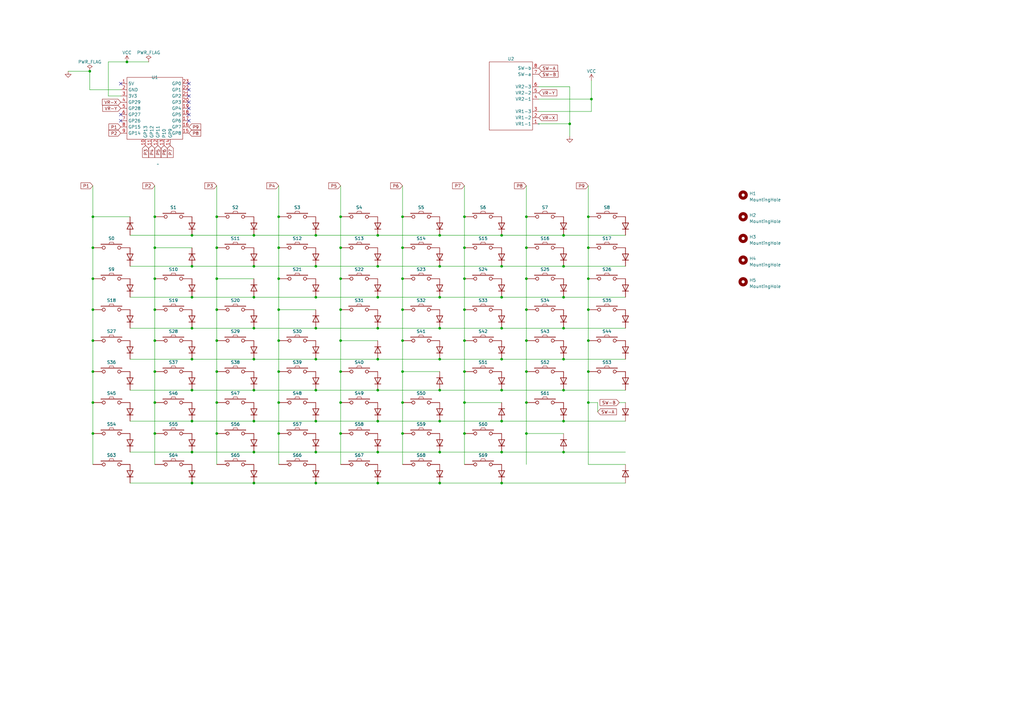
<source format=kicad_sch>
(kicad_sch (version 20230121) (generator eeschema)
  (paper "A3")
  (lib_symbols
    (symbol "Diode:1N4148" (pin_numbers hide) (pin_names hide)
      (property "Reference" "D" (at 0 2.54 0))
      (property "Value" "1N4148" (at 0 -2.54 0))
      (symbol "1N4148_1_1"
        (pin passive line (at -3.81 0 0) (length 2.54) (name "K") (number "1"))
        (pin passive line (at 3.81 0 180) (length 2.54) (name "A") (number "2"))
      )
    )
    (symbol "Mechanical:MountingHole" (pin_names (offset 1.016))
      (property "Reference" "H" (at 0 5.08 0))
      (property "Value" "MountingHole" (at 0 3.175 0))
    )
    (symbol "foostan/kbd:SW_PUSH" (pin_numbers hide) (pin_names (offset 1.016) hide)
      (property "Reference" "SW" (at 3.81 2.794 0))
      (property "Value" "SW_PUSH" (at 0 -2.032 0))
      (symbol "SW_PUSH_0_1"
        (pin passive inverted (at -7.62 0 0) (length 5.08) (name "1") (number "1"))
        (pin passive inverted (at 7.62 0 180) (length 5.08) (name "2") (number "2"))
      )
    )
    (symbol "power:GND" (power) (pin_names (offset 0))
      (property "Value" "GND" (at 0 -3.81 0))
      (symbol "GND_1_1"
        (pin power_in line (at 0 0 270) (length 0) hide (name "GND") (number "1"))
      )
    )
    (symbol "power:PWR_FLAG" (power) (pin_numbers hide) (pin_names (offset 0) hide)
      (property "Value" "PWR_FLAG" (at 0 3.81 0))
      (symbol "PWR_FLAG_0_0"
        (pin power_out line (at 0 0 90) (length 0) (name "pwr") (number "1"))
      )
    )
    (symbol "power:VCC" (power) (pin_names (offset 0))
      (property "Value" "VCC" (at 0 3.81 0))
      (symbol "VCC_1_1"
        (pin power_in line (at 0 0 90) (length 0) hide (name "VCC") (number "1"))
      )
    )
    (symbol "xiao:RKJXV122400R"
      (property "Reference" "U" (at -10.16 -5.08 0))
      (symbol "RKJXV122400R_1_1"
        (pin input line (at 0 0 180) (length 2.54) (name "VR1-1") (number "1"))
        (pin input line (at 0 2.54 180) (length 2.54) (name "VR1-2") (number "2"))
        (pin input line (at 0 5.08 180) (length 2.54) (name "VR1-3") (number "3"))
        (pin input line (at 0 10.16 180) (length 2.54) (name "VR2-1") (number "4"))
        (pin input line (at 0 12.7 180) (length 2.54) (name "VR2-2") (number "5"))
        (pin input line (at 0 15.24 180) (length 2.54) (name "VR2-3") (number "6"))
        (pin input line (at 0 20.32 180) (length 2.54) (name "SW-a") (number "7"))
        (pin input line (at 0 22.86 180) (length 2.54) (name "SW-b") (number "8"))
      )
    )
    (symbol "xiao:RP2040-Zero"
      (property "Reference" "U" (at 0 0 0))
      (symbol "RP2040-Zero_1_1"
        (pin input line (at -15.24 33.02 0) (length 2.54) (name "5V") (number "1"))
        (pin input line (at -5.08 7.62 90) (length 2.54) (name "GP13") (number "10"))
        (pin input line (at -2.54 7.62 90) (length 2.54) (name "GP12") (number "11"))
        (pin input line (at 0 7.62 90) (length 2.54) (name "GP11") (number "12"))
        (pin input line (at 2.54 7.62 90) (length 2.54) (name "P10") (number "13"))
        (pin input line (at 5.08 7.62 90) (length 2.54) (name "GP9") (number "14"))
        (pin input line (at 12.7 12.7 180) (length 2.54) (name "GP8") (number "15"))
        (pin input line (at 12.7 15.24 180) (length 2.54) (name "GP7") (number "16"))
        (pin input line (at 12.7 17.78 180) (length 2.54) (name "GP6") (number "17"))
        (pin input line (at 12.7 20.32 180) (length 2.54) (name "GP5") (number "18"))
        (pin input line (at 12.7 22.86 180) (length 2.54) (name "GP4") (number "19"))
        (pin input line (at -15.24 30.48 0) (length 2.54) (name "GND") (number "2"))
        (pin input line (at 12.7 25.4 180) (length 2.54) (name "GP3") (number "20"))
        (pin input line (at 12.7 27.94 180) (length 2.54) (name "GP2") (number "21"))
        (pin input line (at 12.7 30.48 180) (length 2.54) (name "GP1") (number "22"))
        (pin input line (at 12.7 33.02 180) (length 2.54) (name "GP0") (number "23"))
        (pin input line (at -15.24 27.94 0) (length 2.54) (name "3V3") (number "3"))
        (pin input line (at -15.24 25.4 0) (length 2.54) (name "GP29") (number "4"))
        (pin input line (at -15.24 22.86 0) (length 2.54) (name "GP28") (number "5"))
        (pin input line (at -15.24 20.32 0) (length 2.54) (name "GP27") (number "6"))
        (pin input line (at -15.24 17.78 0) (length 2.54) (name "GP26") (number "7"))
        (pin input line (at -15.24 15.24 0) (length 2.54) (name "GP15") (number "8"))
        (pin input line (at -15.24 12.7 0) (length 2.54) (name "GP14") (number "9"))
      )
    )
  )
  (junction (at 129.54 198.12))
  (junction (at 205.74 160.02))
  (junction (at 63.5 127))
  (junction (at 215.9 127))
  (junction (at 139.7 101.6))
  (junction (at 139.7 139.7))
  (junction (at 88.9 114.3))
  (junction (at 215.9 114.3))
  (junction (at 215.9 165.1))
  (junction (at 88.9 177.8))
  (junction (at 180.34 147.32))
  (junction (at 63.5 88.9))
  (junction (at 231.14 172.72))
  (junction (at 205.74 172.72))
  (junction (at 180.34 198.12))
  (junction (at 104.14 185.42))
  (junction (at 129.54 109.22))
  (junction (at 154.94 121.92))
  (junction (at 63.5 177.8))
  (junction (at 129.54 185.42))
  (junction (at 114.3 88.9))
  (junction (at 114.3 165.1))
  (junction (at 242.57 40.64))
  (junction (at 205.74 109.22))
  (junction (at 129.54 172.72))
  (junction (at 78.74 147.32))
  (junction (at 190.5 114.3))
  (junction (at 114.3 177.8))
  (junction (at 190.5 88.9))
  (junction (at 88.9 139.7))
  (junction (at 114.3 101.6))
  (junction (at 129.54 160.02))
  (junction (at 165.1 127))
  (junction (at 205.74 185.42))
  (junction (at 139.7 165.1))
  (junction (at 180.34 160.02))
  (junction (at 129.54 134.62))
  (junction (at 190.5 177.8))
  (junction (at 165.1 114.3))
  (junction (at 205.74 96.52))
  (junction (at 231.14 109.22))
  (junction (at 139.7 177.8))
  (junction (at 180.34 109.22))
  (junction (at 104.14 198.12))
  (junction (at 205.74 147.32))
  (junction (at 52.07 25.4))
  (junction (at 104.14 109.22))
  (junction (at 38.1 127))
  (junction (at 78.74 198.12))
  (junction (at 88.9 127))
  (junction (at 154.94 185.42))
  (junction (at 231.14 147.32))
  (junction (at 233.68 50.8))
  (junction (at 154.94 134.62))
  (junction (at 78.74 109.22))
  (junction (at 205.74 134.62))
  (junction (at 215.9 88.9))
  (junction (at 190.5 101.6))
  (junction (at 241.3 152.4))
  (junction (at 129.54 96.52))
  (junction (at 165.1 88.9))
  (junction (at 139.7 88.9))
  (junction (at 241.3 88.9))
  (junction (at 241.3 139.7))
  (junction (at 231.14 160.02))
  (junction (at 104.14 172.72))
  (junction (at 104.14 96.52))
  (junction (at 63.5 114.3))
  (junction (at 180.34 185.42))
  (junction (at 38.1 114.3))
  (junction (at 154.94 172.72))
  (junction (at 38.1 101.6))
  (junction (at 88.9 101.6))
  (junction (at 78.74 96.52))
  (junction (at 190.5 152.4))
  (junction (at 231.14 121.92))
  (junction (at 154.94 109.22))
  (junction (at 139.7 114.3))
  (junction (at 114.3 127))
  (junction (at 88.9 165.1))
  (junction (at 241.3 165.1))
  (junction (at 114.3 114.3))
  (junction (at 38.1 139.7))
  (junction (at 104.14 147.32))
  (junction (at 38.1 165.1))
  (junction (at 231.14 185.42))
  (junction (at 38.1 88.9))
  (junction (at 38.1 177.8))
  (junction (at 139.7 127))
  (junction (at 205.74 198.12))
  (junction (at 190.5 139.7))
  (junction (at 63.5 165.1))
  (junction (at 154.94 160.02))
  (junction (at 231.14 96.52))
  (junction (at 165.1 177.8))
  (junction (at 241.3 114.3))
  (junction (at 139.7 152.4))
  (junction (at 205.74 121.92))
  (junction (at 215.9 101.6))
  (junction (at 88.9 88.9))
  (junction (at 241.3 127))
  (junction (at 180.34 172.72))
  (junction (at 104.14 160.02))
  (junction (at 114.3 152.4))
  (junction (at 154.94 147.32))
  (junction (at 165.1 101.6))
  (junction (at 104.14 121.92))
  (junction (at 180.34 96.52))
  (junction (at 165.1 165.1))
  (junction (at 78.74 121.92))
  (junction (at 190.5 165.1))
  (junction (at 78.74 172.72))
  (junction (at 78.74 160.02))
  (junction (at 78.74 185.42))
  (junction (at 63.5 152.4))
  (junction (at 165.1 139.7))
  (junction (at 129.54 147.32))
  (junction (at 38.1 152.4))
  (junction (at 215.9 139.7))
  (junction (at 129.54 121.92))
  (junction (at 231.14 134.62))
  (junction (at 241.3 101.6))
  (junction (at 154.94 96.52))
  (junction (at 104.14 134.62))
  (junction (at 190.5 127))
  (junction (at 88.9 152.4))
  (junction (at 36.83 29.21))
  (junction (at 215.9 152.4))
  (junction (at 63.5 139.7))
  (junction (at 180.34 134.62))
  (junction (at 215.9 177.8))
  (junction (at 180.34 121.92))
  (junction (at 63.5 101.6))
  (junction (at 154.94 198.12))
  (junction (at 114.3 139.7))
  (junction (at 78.74 134.62))
  (junction (at 165.1 152.4))
  (no_connect (at 77.47 41.91))
  (no_connect (at 49.53 46.99))
  (no_connect (at 77.47 49.53))
  (no_connect (at 49.53 49.53))
  (no_connect (at 77.47 46.99))
  (no_connect (at 77.47 36.83))
  (no_connect (at 77.47 34.29))
  (no_connect (at 77.47 39.37))
  (no_connect (at 77.47 44.45))
  (no_connect (at 49.53 34.29))
  (wire (pts (xy 165.1 177.8) (xy 165.1 190.5)))
  (wire (pts (xy 231.14 134.62) (xy 256.54 134.62)))
  (wire (pts (xy 190.5 152.4) (xy 190.5 165.1)))
  (wire (pts (xy 139.7 76.2) (xy 139.7 88.9)))
  (wire (pts (xy 53.34 109.22) (xy 78.74 109.22)))
  (wire (pts (xy 88.9 88.9) (xy 88.9 101.6)))
  (wire (pts (xy 190.5 76.2) (xy 190.5 88.9)))
  (wire (pts (xy 114.3 177.8) (xy 114.3 190.5)))
  (wire (pts (xy 114.3 101.6) (xy 114.3 114.3)))
  (wire (pts (xy 129.54 121.92) (xy 154.94 121.92)))
  (wire (pts (xy 220.98 45.72) (xy 242.57 45.72)))
  (wire (pts (xy 154.94 172.72) (xy 180.34 172.72)))
  (wire (pts (xy 129.54 185.42) (xy 154.94 185.42)))
  (wire (pts (xy 139.7 139.7) (xy 154.94 139.7)))
  (wire (pts (xy 88.9 152.4) (xy 88.9 165.1)))
  (wire (pts (xy 44.45 25.4) (xy 52.07 25.4)))
  (wire (pts (xy 139.7 177.8) (xy 139.7 190.5)))
  (wire (pts (xy 44.45 25.4) (xy 44.45 39.37)))
  (wire (pts (xy 241.3 114.3) (xy 241.3 127)))
  (wire (pts (xy 215.9 114.3) (xy 215.9 127)))
  (wire (pts (xy 139.7 88.9) (xy 139.7 101.6)))
  (wire (pts (xy 88.9 165.1) (xy 88.9 177.8)))
  (wire (pts (xy 205.74 109.22) (xy 231.14 109.22)))
  (wire (pts (xy 165.1 139.7) (xy 165.1 152.4)))
  (wire (pts (xy 215.9 177.8) (xy 215.9 190.5)))
  (wire (pts (xy 53.34 121.92) (xy 78.74 121.92)))
  (wire (pts (xy 180.34 198.12) (xy 205.74 198.12)))
  (wire (pts (xy 104.14 185.42) (xy 129.54 185.42)))
  (wire (pts (xy 233.68 55.88) (xy 233.68 50.8)))
  (wire (pts (xy 154.94 185.42) (xy 180.34 185.42)))
  (wire (pts (xy 165.1 127) (xy 165.1 139.7)))
  (wire (pts (xy 190.5 127) (xy 190.5 139.7)))
  (wire (pts (xy 190.5 165.1) (xy 205.74 165.1)))
  (wire (pts (xy 231.14 160.02) (xy 256.54 160.02)))
  (wire (pts (xy 180.34 121.92) (xy 205.74 121.92)))
  (wire (pts (xy 245.11 165.1) (xy 241.3 165.1)))
  (wire (pts (xy 180.34 160.02) (xy 205.74 160.02)))
  (wire (pts (xy 38.1 127) (xy 38.1 139.7)))
  (wire (pts (xy 205.74 147.32) (xy 231.14 147.32)))
  (wire (pts (xy 53.34 198.12) (xy 78.74 198.12)))
  (wire (pts (xy 38.1 76.2) (xy 38.1 88.9)))
  (wire (pts (xy 154.94 134.62) (xy 180.34 134.62)))
  (wire (pts (xy 38.1 152.4) (xy 38.1 165.1)))
  (wire (pts (xy 38.1 165.1) (xy 38.1 177.8)))
  (wire (pts (xy 220.98 40.64) (xy 242.57 40.64)))
  (wire (pts (xy 129.54 198.12) (xy 154.94 198.12)))
  (wire (pts (xy 165.1 165.1) (xy 165.1 177.8)))
  (wire (pts (xy 63.5 127) (xy 63.5 139.7)))
  (wire (pts (xy 63.5 165.1) (xy 63.5 177.8)))
  (wire (pts (xy 205.74 185.42) (xy 231.14 185.42)))
  (wire (pts (xy 129.54 96.52) (xy 154.94 96.52)))
  (wire (pts (xy 63.5 101.6) (xy 63.5 114.3)))
  (wire (pts (xy 38.1 114.3) (xy 38.1 127)))
  (wire (pts (xy 78.74 134.62) (xy 104.14 134.62)))
  (wire (pts (xy 104.14 198.12) (xy 129.54 198.12)))
  (wire (pts (xy 165.1 114.3) (xy 165.1 127)))
  (wire (pts (xy 53.34 160.02) (xy 78.74 160.02)))
  (wire (pts (xy 231.14 172.72) (xy 256.54 172.72)))
  (wire (pts (xy 38.1 139.7) (xy 38.1 152.4)))
  (wire (pts (xy 215.9 127) (xy 215.9 139.7)))
  (wire (pts (xy 129.54 160.02) (xy 154.94 160.02)))
  (wire (pts (xy 129.54 172.72) (xy 154.94 172.72)))
  (wire (pts (xy 215.9 177.8) (xy 231.14 177.8)))
  (wire (pts (xy 88.9 114.3) (xy 88.9 127)))
  (wire (pts (xy 88.9 127) (xy 88.9 139.7)))
  (wire (pts (xy 78.74 160.02) (xy 104.14 160.02)))
  (wire (pts (xy 190.5 139.7) (xy 190.5 152.4)))
  (wire (pts (xy 53.34 96.52) (xy 78.74 96.52)))
  (wire (pts (xy 220.98 50.8) (xy 233.68 50.8)))
  (wire (pts (xy 104.14 172.72) (xy 129.54 172.72)))
  (wire (pts (xy 231.14 96.52) (xy 256.54 96.52)))
  (wire (pts (xy 88.9 101.6) (xy 88.9 114.3)))
  (wire (pts (xy 139.7 165.1) (xy 139.7 177.8)))
  (wire (pts (xy 104.14 134.62) (xy 129.54 134.62)))
  (wire (pts (xy 38.1 177.8) (xy 38.1 190.5)))
  (wire (pts (xy 129.54 134.62) (xy 154.94 134.62)))
  (wire (pts (xy 241.3 127) (xy 241.3 139.7)))
  (wire (pts (xy 139.7 152.4) (xy 139.7 165.1)))
  (wire (pts (xy 205.74 198.12) (xy 256.54 198.12)))
  (wire (pts (xy 53.34 147.32) (xy 78.74 147.32)))
  (wire (pts (xy 254 165.1) (xy 256.54 165.1)))
  (wire (pts (xy 114.3 114.3) (xy 114.3 127)))
  (wire (pts (xy 154.94 121.92) (xy 180.34 121.92)))
  (wire (pts (xy 53.34 185.42) (xy 78.74 185.42)))
  (wire (pts (xy 165.1 88.9) (xy 165.1 101.6)))
  (wire (pts (xy 114.3 127) (xy 114.3 139.7)))
  (wire (pts (xy 63.5 88.9) (xy 63.5 101.6)))
  (wire (pts (xy 205.74 134.62) (xy 231.14 134.62)))
  (wire (pts (xy 63.5 152.4) (xy 63.5 165.1)))
  (wire (pts (xy 241.3 165.1) (xy 241.3 190.5)))
  (wire (pts (xy 190.5 177.8) (xy 190.5 190.5)))
  (wire (pts (xy 190.5 114.3) (xy 190.5 127)))
  (wire (pts (xy 78.74 185.42) (xy 104.14 185.42)))
  (wire (pts (xy 205.74 160.02) (xy 231.14 160.02)))
  (wire (pts (xy 114.3 127) (xy 129.54 127)))
  (wire (pts (xy 78.74 198.12) (xy 104.14 198.12)))
  (wire (pts (xy 104.14 147.32) (xy 129.54 147.32)))
  (wire (pts (xy 231.14 121.92) (xy 256.54 121.92)))
  (wire (pts (xy 154.94 109.22) (xy 180.34 109.22)))
  (wire (pts (xy 180.34 172.72) (xy 205.74 172.72)))
  (wire (pts (xy 63.5 76.2) (xy 63.5 88.9)))
  (wire (pts (xy 114.3 88.9) (xy 114.3 101.6)))
  (wire (pts (xy 104.14 109.22) (xy 129.54 109.22)))
  (wire (pts (xy 241.3 139.7) (xy 241.3 152.4)))
  (wire (pts (xy 104.14 96.52) (xy 129.54 96.52)))
  (wire (pts (xy 139.7 127) (xy 139.7 139.7)))
  (wire (pts (xy 63.5 139.7) (xy 63.5 152.4)))
  (wire (pts (xy 88.9 177.8) (xy 88.9 190.5)))
  (wire (pts (xy 215.9 139.7) (xy 215.9 152.4)))
  (wire (pts (xy 180.34 147.32) (xy 205.74 147.32)))
  (wire (pts (xy 154.94 96.52) (xy 180.34 96.52)))
  (wire (pts (xy 205.74 121.92) (xy 231.14 121.92)))
  (wire (pts (xy 165.1 152.4) (xy 180.34 152.4)))
  (wire (pts (xy 241.3 101.6) (xy 241.3 114.3)))
  (wire (pts (xy 215.9 101.6) (xy 215.9 114.3)))
  (wire (pts (xy 215.9 88.9) (xy 215.9 101.6)))
  (wire (pts (xy 242.57 45.72) (xy 242.57 40.64)))
  (wire (pts (xy 78.74 121.92) (xy 104.14 121.92)))
  (wire (pts (xy 245.11 168.91) (xy 245.11 165.1)))
  (wire (pts (xy 190.5 101.6) (xy 190.5 114.3)))
  (wire (pts (xy 165.1 101.6) (xy 165.1 114.3)))
  (wire (pts (xy 165.1 76.2) (xy 165.1 88.9)))
  (wire (pts (xy 78.74 109.22) (xy 104.14 109.22)))
  (wire (pts (xy 139.7 114.3) (xy 139.7 127)))
  (wire (pts (xy 180.34 96.52) (xy 205.74 96.52)))
  (wire (pts (xy 88.9 114.3) (xy 104.14 114.3)))
  (wire (pts (xy 241.3 76.2) (xy 241.3 88.9)))
  (wire (pts (xy 44.45 39.37) (xy 49.53 39.37)))
  (wire (pts (xy 114.3 165.1) (xy 114.3 177.8)))
  (wire (pts (xy 215.9 152.4) (xy 215.9 165.1)))
  (wire (pts (xy 104.14 121.92) (xy 129.54 121.92)))
  (wire (pts (xy 241.3 152.4) (xy 241.3 165.1)))
  (wire (pts (xy 231.14 109.22) (xy 256.54 109.22)))
  (wire (pts (xy 63.5 177.8) (xy 63.5 190.5)))
  (wire (pts (xy 78.74 147.32) (xy 104.14 147.32)))
  (wire (pts (xy 88.9 139.7) (xy 88.9 152.4)))
  (wire (pts (xy 256.54 190.5) (xy 241.3 190.5)))
  (wire (pts (xy 38.1 88.9) (xy 53.34 88.9)))
  (wire (pts (xy 114.3 76.2) (xy 114.3 88.9)))
  (wire (pts (xy 129.54 147.32) (xy 154.94 147.32)))
  (wire (pts (xy 114.3 139.7) (xy 114.3 152.4)))
  (wire (pts (xy 205.74 96.52) (xy 231.14 96.52)))
  (wire (pts (xy 114.3 152.4) (xy 114.3 165.1)))
  (wire (pts (xy 139.7 139.7) (xy 139.7 152.4)))
  (wire (pts (xy 205.74 172.72) (xy 231.14 172.72)))
  (wire (pts (xy 190.5 88.9) (xy 190.5 101.6)))
  (wire (pts (xy 78.74 96.52) (xy 104.14 96.52)))
  (wire (pts (xy 220.98 35.56) (xy 233.68 35.56)))
  (wire (pts (xy 190.5 165.1) (xy 190.5 177.8)))
  (wire (pts (xy 78.74 172.72) (xy 104.14 172.72)))
  (wire (pts (xy 49.53 36.83) (xy 36.83 36.83)))
  (wire (pts (xy 233.68 35.56) (xy 233.68 50.8)))
  (wire (pts (xy 180.34 134.62) (xy 205.74 134.62)))
  (wire (pts (xy 139.7 101.6) (xy 139.7 114.3)))
  (wire (pts (xy 154.94 147.32) (xy 180.34 147.32)))
  (wire (pts (xy 215.9 76.2) (xy 215.9 88.9)))
  (wire (pts (xy 104.14 160.02) (xy 129.54 160.02)))
  (wire (pts (xy 63.5 114.3) (xy 63.5 127)))
  (wire (pts (xy 27.94 29.21) (xy 36.83 29.21)))
  (wire (pts (xy 154.94 160.02) (xy 180.34 160.02)))
  (wire (pts (xy 165.1 152.4) (xy 165.1 165.1)))
  (wire (pts (xy 63.5 101.6) (xy 78.74 101.6)))
  (wire (pts (xy 36.83 36.83) (xy 36.83 29.21)))
  (wire (pts (xy 38.1 101.6) (xy 38.1 114.3)))
  (wire (pts (xy 231.14 147.32) (xy 256.54 147.32)))
  (wire (pts (xy 129.54 109.22) (xy 154.94 109.22)))
  (wire (pts (xy 180.34 185.42) (xy 205.74 185.42)))
  (wire (pts (xy 38.1 88.9) (xy 38.1 101.6)))
  (wire (pts (xy 215.9 165.1) (xy 215.9 177.8)))
  (wire (pts (xy 241.3 88.9) (xy 241.3 101.6)))
  (wire (pts (xy 231.14 185.42) (xy 256.54 185.42)))
  (wire (pts (xy 53.34 134.62) (xy 78.74 134.62)))
  (wire (pts (xy 53.34 172.72) (xy 78.74 172.72)))
  (wire (pts (xy 154.94 198.12) (xy 180.34 198.12)))
  (wire (pts (xy 242.57 40.64) (xy 242.57 33.02)))
  (wire (pts (xy 52.07 25.4) (xy 60.96 25.4)))
  (wire (pts (xy 88.9 76.2) (xy 88.9 88.9)))
  (wire (pts (xy 180.34 109.22) (xy 205.74 109.22)))
  (global_label "P2" (shape input) (at 49.53 54.61 180) (property "Intersheetrefs" "${INTERSHEET_REFS}" (effects hide)))
  (global_label "P5" (shape input) (at 139.7 76.2 180) (property "Intersheetrefs" "${INTERSHEET_REFS}" (effects hide)))
  (global_label "P1" (shape input) (at 49.53 52.07 180) (property "Intersheetrefs" "${INTERSHEET_REFS}" (effects hide)))
  (global_label "VR-X" (shape input) (at 220.98 48.26 0) (property "Intersheetrefs" "${INTERSHEET_REFS}" (effects hide)))
  (global_label "P2" (shape input) (at 63.5 76.2 180) (property "Intersheetrefs" "${INTERSHEET_REFS}" (effects hide)))
  (global_label "P9" (shape input) (at 77.47 52.07 0) (property "Intersheetrefs" "${INTERSHEET_REFS}" (effects hide)))
  (global_label "P3" (shape input) (at 59.69 59.69 270) (property "Intersheetrefs" "${INTERSHEET_REFS}" (effects hide)))
  (global_label "P6" (shape input) (at 165.1 76.2 180) (property "Intersheetrefs" "${INTERSHEET_REFS}" (effects hide)))
  (global_label "SW-B" (shape input) (at 254 165.1 180) (property "Intersheetrefs" "${INTERSHEET_REFS}" (effects hide)))
  (global_label "P6" (shape input) (at 67.31 59.69 270) (property "Intersheetrefs" "${INTERSHEET_REFS}" (effects hide)))
  (global_label "P8" (shape input) (at 215.9 76.2 180) (property "Intersheetrefs" "${INTERSHEET_REFS}" (effects hide)))
  (global_label "P3" (shape input) (at 88.9 76.2 180) (property "Intersheetrefs" "${INTERSHEET_REFS}" (effects hide)))
  (global_label "P9" (shape input) (at 241.3 76.2 180) (property "Intersheetrefs" "${INTERSHEET_REFS}" (effects hide)))
  (global_label "VR-Y" (shape input) (at 220.98 38.1 0) (property "Intersheetrefs" "${INTERSHEET_REFS}" (effects hide)))
  (global_label "VR-Y" (shape input) (at 49.53 44.45 180) (property "Intersheetrefs" "${INTERSHEET_REFS}" (effects hide)))
  (global_label "SW-A" (shape input) (at 220.98 27.94 0) (property "Intersheetrefs" "${INTERSHEET_REFS}" (effects hide)))
  (global_label "P8" (shape input) (at 77.47 54.61 0) (property "Intersheetrefs" "${INTERSHEET_REFS}" (effects hide)))
  (global_label "P4" (shape input) (at 62.23 59.69 270) (property "Intersheetrefs" "${INTERSHEET_REFS}" (effects hide)))
  (global_label "P7" (shape input) (at 190.5 76.2 180) (property "Intersheetrefs" "${INTERSHEET_REFS}" (effects hide)))
  (global_label "P7" (shape input) (at 69.85 59.69 270) (property "Intersheetrefs" "${INTERSHEET_REFS}" (effects hide)))
  (global_label "SW-B" (shape input) (at 220.98 30.48 0) (property "Intersheetrefs" "${INTERSHEET_REFS}" (effects hide)))
  (global_label "P5" (shape input) (at 64.77 59.69 270) (property "Intersheetrefs" "${INTERSHEET_REFS}" (effects hide)))
  (global_label "P4" (shape input) (at 114.3 76.2 180) (property "Intersheetrefs" "${INTERSHEET_REFS}" (effects hide)))
  (global_label "VR-X" (shape input) (at 49.53 41.91 180) (property "Intersheetrefs" "${INTERSHEET_REFS}" (effects hide)))
  (global_label "P1" (shape input) (at 38.1 76.2 180) (property "Intersheetrefs" "${INTERSHEET_REFS}" (effects hide)))
  (global_label "SW-A" (shape input) (at 245.11 168.91 0) (property "Intersheetrefs" "${INTERSHEET_REFS}" (effects hide)))
  (symbol (lib_id "Diode:1N4148") (at 129.54 156.21 90) (unit 1)
    (property "Reference" "D29" (effects hide))
    (property "Value" "1N4148" (effects hide))
    (property "Footprint" "foostan/kbd:D3_SMD_v2" (effects hide))
    (property "Datasheet" "https://assets.nexperia.com/documents/data-sheet/1N4148_1N4448.pdf" (effects hide))
    (property "Sim.Device" "D" (effects hide))
    (property "Sim.Pins" "1=K 2=A" (effects hide))
  )
  (symbol (lib_id "Diode:1N4148") (at 231.14 130.81 90) (unit 1)
    (property "Reference" "D60" (effects hide))
    (property "Value" "1N4148" (effects hide))
    (property "Footprint" "foostan/kbd:D3_SMD_v2" (effects hide))
    (property "Datasheet" "https://assets.nexperia.com/documents/data-sheet/1N4148_1N4448.pdf" (effects hide))
    (property "Sim.Device" "D" (effects hide))
    (property "Sim.Pins" "1=K 2=A" (effects hide))
  )
  (symbol (lib_id "foostan/kbd:SW_PUSH") (at 172.72 127 0) (unit 1)
    (property "Reference" "S32" (at 172.72 123.19 0))
    (property "Value" "SW_PUSH" (effects hide))
    (property "Footprint" "foostan/kbd:CherryMX_Hotswap" (effects hide))
  )
  (symbol (lib_id "Diode:1N4148") (at 129.54 92.71 90) (unit 1)
    (property "Reference" "D25" (effects hide))
    (property "Value" "1N4148" (effects hide))
    (property "Footprint" "foostan/kbd:D3_SMD_v2" (effects hide))
    (property "Datasheet" "https://assets.nexperia.com/documents/data-sheet/1N4148_1N4448.pdf" (effects hide))
    (property "Sim.Device" "D" (effects hide))
    (property "Sim.Pins" "1=K 2=A" (effects hide))
  )
  (symbol (lib_id "Diode:1N4148") (at 154.94 105.41 90) (unit 1)
    (property "Reference" "D34" (effects hide))
    (property "Value" "1N4148" (effects hide))
    (property "Footprint" "foostan/kbd:D3_SMD_v2" (effects hide))
    (property "Datasheet" "https://assets.nexperia.com/documents/data-sheet/1N4148_1N4448.pdf" (effects hide))
    (property "Sim.Device" "D" (effects hide))
    (property "Sim.Pins" "1=K 2=A" (effects hide))
  )
  (symbol (lib_id "foostan/kbd:SW_PUSH") (at 248.92 88.9 0) (unit 1)
    (property "Reference" "S8" (at 248.92 85.09 0))
    (property "Value" "SW_PUSH" (effects hide))
    (property "Footprint" "foostan/kbd:CherryMX_Hotswap" (effects hide))
  )
  (symbol (lib_id "foostan/kbd:SW_PUSH") (at 96.52 190.5 0) (unit 1)
    (property "Reference" "S65" (at 96.52 186.69 0))
    (property "Value" "SW_PUSH" (effects hide))
    (property "Footprint" "foostan/kbd:CherryMX_Hotswap" (effects hide))
  )
  (symbol (lib_id "Diode:1N4148") (at 53.34 181.61 90) (unit 1)
    (property "Reference" "D7" (effects hide))
    (property "Value" "1N4148" (effects hide))
    (property "Footprint" "foostan/kbd:D3_SMD_v2" (effects hide))
    (property "Datasheet" "https://assets.nexperia.com/documents/data-sheet/1N4148_1N4448.pdf" (effects hide))
    (property "Sim.Device" "D" (effects hide))
    (property "Sim.Pins" "1=K 2=A" (effects hide))
  )
  (symbol (lib_id "power:GND") (at 233.68 55.88 0) (unit 1)
    (property "Reference" "#PWR02" (effects hide))
    (property "Value" "GND" (effects hide))
  )
  (symbol (lib_id "Diode:1N4148") (at 256.54 168.91 90) (unit 1)
    (property "Reference" "D71" (effects hide))
    (property "Value" "1N4148" (effects hide))
    (property "Footprint" "foostan/kbd:D3_SMD_v2" (effects hide))
    (property "Datasheet" "https://assets.nexperia.com/documents/data-sheet/1N4148_1N4448.pdf" (effects hide))
    (property "Sim.Device" "D" (effects hide))
    (property "Sim.Pins" "1=K 2=A" (effects hide))
  )
  (symbol (lib_id "Diode:1N4148") (at 104.14 118.11 270) (unit 1)
    (property "Reference" "D75" (effects hide))
    (property "Value" "1N4148" (effects hide))
    (property "Footprint" "foostan/kbd:D3_SMD_v2" (effects hide))
    (property "Datasheet" "https://assets.nexperia.com/documents/data-sheet/1N4148_1N4448.pdf" (effects hide))
    (property "Sim.Device" "D" (effects hide))
    (property "Sim.Pins" "1=K 2=A" (effects hide))
  )
  (symbol (lib_id "foostan/kbd:SW_PUSH") (at 223.52 152.4 0) (unit 1)
    (property "Reference" "S52" (at 223.52 148.59 0))
    (property "Value" "SW_PUSH" (effects hide))
    (property "Footprint" "foostan/kbd:CherryMX_Hotswap" (effects hide))
  )
  (symbol (lib_id "foostan/kbd:SW_PUSH") (at 223.52 127 0) (unit 1)
    (property "Reference" "S34" (at 223.52 123.19 0))
    (property "Value" "SW_PUSH" (effects hide))
    (property "Footprint" "foostan/kbd:CherryMX_Hotswap" (effects hide))
  )
  (symbol (lib_id "Diode:1N4148") (at 154.94 92.71 90) (unit 1)
    (property "Reference" "D33" (effects hide))
    (property "Value" "1N4148" (effects hide))
    (property "Footprint" "foostan/kbd:D3_SMD_v2" (effects hide))
    (property "Datasheet" "https://assets.nexperia.com/documents/data-sheet/1N4148_1N4448.pdf" (effects hide))
    (property "Sim.Device" "D" (effects hide))
    (property "Sim.Pins" "1=K 2=A" (effects hide))
  )
  (symbol (lib_id "Diode:1N4148") (at 104.14 194.31 90) (unit 1)
    (property "Reference" "D24" (effects hide))
    (property "Value" "1N4148" (effects hide))
    (property "Footprint" "foostan/kbd:D3_SMD_v2" (effects hide))
    (property "Datasheet" "https://assets.nexperia.com/documents/data-sheet/1N4148_1N4448.pdf" (effects hide))
    (property "Sim.Device" "D" (effects hide))
    (property "Sim.Pins" "1=K 2=A" (effects hide))
  )
  (symbol (lib_id "Diode:1N4148") (at 231.14 143.51 90) (unit 1)
    (property "Reference" "D61" (effects hide))
    (property "Value" "1N4148" (effects hide))
    (property "Footprint" "foostan/kbd:D3_SMD_v2" (effects hide))
    (property "Datasheet" "https://assets.nexperia.com/documents/data-sheet/1N4148_1N4448.pdf" (effects hide))
    (property "Sim.Device" "D" (effects hide))
    (property "Sim.Pins" "1=K 2=A" (effects hide))
  )
  (symbol (lib_id "Diode:1N4148") (at 180.34 156.21 270) (unit 1)
    (property "Reference" "D78" (effects hide))
    (property "Value" "1N4148" (effects hide))
    (property "Footprint" "foostan/kbd:D3_SMD_v2" (effects hide))
    (property "Datasheet" "https://assets.nexperia.com/documents/data-sheet/1N4148_1N4448.pdf" (effects hide))
    (property "Sim.Device" "D" (effects hide))
    (property "Sim.Pins" "1=K 2=A" (effects hide))
  )
  (symbol (lib_id "foostan/kbd:SW_PUSH") (at 223.52 114.3 0) (unit 1)
    (property "Reference" "S25" (at 223.52 110.49 0))
    (property "Value" "SW_PUSH" (effects hide))
    (property "Footprint" "foostan/kbd:CherryMX_Hotswap" (effects hide))
  )
  (symbol (lib_id "Diode:1N4148") (at 205.74 118.11 90) (unit 1)
    (property "Reference" "D51" (effects hide))
    (property "Value" "1N4148" (effects hide))
    (property "Footprint" "foostan/kbd:D3_SMD_v2" (effects hide))
    (property "Datasheet" "https://assets.nexperia.com/documents/data-sheet/1N4148_1N4448.pdf" (effects hide))
    (property "Sim.Device" "D" (effects hide))
    (property "Sim.Pins" "1=K 2=A" (effects hide))
  )
  (symbol (lib_id "foostan/kbd:SW_PUSH") (at 96.52 139.7 0) (unit 1)
    (property "Reference" "S29" (at 96.52 135.89 0))
    (property "Value" "SW_PUSH" (effects hide))
    (property "Footprint" "foostan/kbd:CherryMX_Hotswap" (effects hide))
  )
  (symbol (lib_id "Diode:1N4148") (at 180.34 181.61 90) (unit 1)
    (property "Reference" "D47" (effects hide))
    (property "Value" "1N4148" (effects hide))
    (property "Footprint" "foostan/kbd:D3_SMD_v2" (effects hide))
    (property "Datasheet" "https://assets.nexperia.com/documents/data-sheet/1N4148_1N4448.pdf" (effects hide))
    (property "Sim.Device" "D" (effects hide))
    (property "Sim.Pins" "1=K 2=A" (effects hide))
  )
  (symbol (lib_id "foostan/kbd:SW_PUSH") (at 198.12 127 0) (unit 1)
    (property "Reference" "S33" (at 198.12 123.19 0))
    (property "Value" "SW_PUSH" (effects hide))
    (property "Footprint" "foostan/kbd:CherryMX_Hotswap" (effects hide))
  )
  (symbol (lib_id "foostan/kbd:SW_PUSH") (at 45.72 190.5 0) (unit 1)
    (property "Reference" "S63" (at 45.72 186.69 0))
    (property "Value" "SW_PUSH" (effects hide))
    (property "Footprint" "foostan/kbd:CherryMX_Hotswap" (effects hide))
  )
  (symbol (lib_id "foostan/kbd:SW_PUSH") (at 45.72 127 0) (unit 1)
    (property "Reference" "S18" (at 45.72 123.19 0))
    (property "Value" "SW_PUSH" (effects hide))
    (property "Footprint" "foostan/kbd:CherryMX_Hotswap" (effects hide))
  )
  (symbol (lib_id "Diode:1N4148") (at 129.54 105.41 90) (unit 1)
    (property "Reference" "D26" (effects hide))
    (property "Value" "1N4148" (effects hide))
    (property "Footprint" "foostan/kbd:D3_SMD_v2" (effects hide))
    (property "Datasheet" "https://assets.nexperia.com/documents/data-sheet/1N4148_1N4448.pdf" (effects hide))
    (property "Sim.Device" "D" (effects hide))
    (property "Sim.Pins" "1=K 2=A" (effects hide))
  )
  (symbol (lib_id "foostan/kbd:SW_PUSH") (at 198.12 114.3 0) (unit 1)
    (property "Reference" "S24" (at 198.12 110.49 0))
    (property "Value" "SW_PUSH" (effects hide))
    (property "Footprint" "foostan/kbd:CherryMX_Hotswap" (effects hide))
  )
  (symbol (lib_id "Mechanical:MountingHole") (at 304.8 106.68 0) (unit 1)
    (property "Reference" "H4" (at 307.34 106.045 0) (effects (justify left)))
    (property "Value" "MountingHole" (at 307.34 108.585 0) (effects (justify left)))
    (property "Footprint" "xiao:hole_7x3" (effects hide))
  )
  (symbol (lib_id "Diode:1N4148") (at 53.34 92.71 270) (unit 1)
    (property "Reference" "D73" (effects hide))
    (property "Value" "1N4148" (effects hide))
    (property "Footprint" "foostan/kbd:D3_SMD_v2" (effects hide))
    (property "Datasheet" "https://assets.nexperia.com/documents/data-sheet/1N4148_1N4448.pdf" (effects hide))
    (property "Sim.Device" "D" (effects hide))
    (property "Sim.Pins" "1=K 2=A" (effects hide))
  )
  (symbol (lib_id "foostan/kbd:SW_PUSH") (at 71.12 165.1 0) (unit 1)
    (property "Reference" "S46" (at 71.12 161.29 0))
    (property "Value" "SW_PUSH" (effects hide))
    (property "Footprint" "foostan/kbd:CherryMX_Hotswap" (effects hide))
  )
  (symbol (lib_id "Diode:1N4148") (at 78.74 118.11 90) (unit 1)
    (property "Reference" "D10" (effects hide))
    (property "Value" "1N4148" (effects hide))
    (property "Footprint" "foostan/kbd:D3_SMD_v2" (effects hide))
    (property "Datasheet" "https://assets.nexperia.com/documents/data-sheet/1N4148_1N4448.pdf" (effects hide))
    (property "Sim.Device" "D" (effects hide))
    (property "Sim.Pins" "1=K 2=A" (effects hide))
  )
  (symbol (lib_id "foostan/kbd:SW_PUSH") (at 121.92 152.4 0) (unit 1)
    (property "Reference" "S39" (at 121.92 148.59 0))
    (property "Value" "SW_PUSH" (effects hide))
    (property "Footprint" "foostan/kbd:CherryMX_Hotswap" (effects hide))
  )
  (symbol (lib_id "foostan/kbd:SW_PUSH") (at 147.32 127 0) (unit 1)
    (property "Reference" "S31" (at 147.32 123.19 0))
    (property "Value" "SW_PUSH" (effects hide))
    (property "Footprint" "foostan/kbd:CherryMX_Hotswap" (effects hide))
  )
  (symbol (lib_id "foostan/kbd:SW_PUSH") (at 172.72 190.5 0) (unit 1)
    (property "Reference" "S68" (at 172.72 186.69 0))
    (property "Value" "SW_PUSH" (effects hide))
    (property "Footprint" "foostan/kbd:CherryMX_Hotswap" (effects hide))
  )
  (symbol (lib_id "power:PWR_FLAG") (at 36.83 29.21 0) (unit 1)
    (property "Reference" "#FLG02" (effects hide))
    (property "Value" "PWR_FLAG" (at 36.83 25.4 0))
  )
  (symbol (lib_id "foostan/kbd:SW_PUSH") (at 96.52 165.1 0) (unit 1)
    (property "Reference" "S47" (at 96.52 161.29 0))
    (property "Value" "SW_PUSH" (effects hide))
    (property "Footprint" "foostan/kbd:CherryMX_Hotswap" (effects hide))
  )
  (symbol (lib_id "foostan/kbd:SW_PUSH") (at 172.72 177.8 0) (unit 1)
    (property "Reference" "S59" (at 172.72 173.99 0))
    (property "Value" "SW_PUSH" (effects hide))
    (property "Footprint" "foostan/kbd:CherryMX_Hotswap" (effects hide))
  )
  (symbol (lib_id "power:VCC") (at 52.07 25.4 0) (unit 1)
    (property "Reference" "#PWR03" (effects hide))
    (property "Value" "VCC" (at 52.07 21.59 0))
  )
  (symbol (lib_id "xiao:RP2040-Zero") (at 64.77 67.31 0) (unit 1)
    (property "Reference" "U1" (at 63.5 31.75 0))
    (property "Value" "~" (at 64.77 67.31 0))
    (property "Footprint" "xiao:RP2040-Zero_reverse_for_sgh60" (effects hide))
  )
  (symbol (lib_id "foostan/kbd:SW_PUSH") (at 45.72 177.8 0) (unit 1)
    (property "Reference" "S54" (at 45.72 173.99 0))
    (property "Value" "SW_PUSH" (effects hide))
    (property "Footprint" "foostan/kbd:CherryMX_Hotswap" (effects hide))
  )
  (symbol (lib_id "Diode:1N4148") (at 231.14 118.11 90) (unit 1)
    (property "Reference" "D59" (effects hide))
    (property "Value" "1N4148" (effects hide))
    (property "Footprint" "foostan/kbd:D3_SMD_v2" (effects hide))
    (property "Datasheet" "https://assets.nexperia.com/documents/data-sheet/1N4148_1N4448.pdf" (effects hide))
    (property "Sim.Device" "D" (effects hide))
    (property "Sim.Pins" "1=K 2=A" (effects hide))
  )
  (symbol (lib_id "Mechanical:MountingHole") (at 304.8 115.57 0) (unit 1)
    (property "Reference" "H5" (at 307.34 114.935 0) (effects (justify left)))
    (property "Value" "MountingHole" (at 307.34 117.475 0) (effects (justify left)))
    (property "Footprint" "xiao:hole_7x3" (effects hide))
  )
  (symbol (lib_id "Diode:1N4148") (at 256.54 194.31 270) (unit 1)
    (property "Reference" "D81" (effects hide))
    (property "Value" "1N4148" (effects hide))
    (property "Footprint" "foostan/kbd:D3_SMD_v2" (effects hide))
    (property "Datasheet" "https://assets.nexperia.com/documents/data-sheet/1N4148_1N4448.pdf" (effects hide))
    (property "Sim.Device" "D" (effects hide))
    (property "Sim.Pins" "1=K 2=A" (effects hide))
  )
  (symbol (lib_id "Diode:1N4148") (at 256.54 143.51 90) (unit 1)
    (property "Reference" "D69" (effects hide))
    (property "Value" "1N4148" (effects hide))
    (property "Footprint" "foostan/kbd:D3_SMD_v2" (effects hide))
    (property "Datasheet" "https://assets.nexperia.com/documents/data-sheet/1N4148_1N4448.pdf" (effects hide))
    (property "Sim.Device" "D" (effects hide))
    (property "Sim.Pins" "1=K 2=A" (effects hide))
  )
  (symbol (lib_id "Mechanical:MountingHole") (at 304.8 97.79 0) (unit 1)
    (property "Reference" "H3" (at 307.34 97.155 0) (effects (justify left)))
    (property "Value" "MountingHole" (at 307.34 99.695 0) (effects (justify left)))
    (property "Footprint" "xiao:hole_2.5" (effects hide))
  )
  (symbol (lib_id "Diode:1N4148") (at 53.34 194.31 90) (unit 1)
    (property "Reference" "D8" (effects hide))
    (property "Value" "1N4148" (effects hide))
    (property "Footprint" "foostan/kbd:D3_SMD_v2" (effects hide))
    (property "Datasheet" "https://assets.nexperia.com/documents/data-sheet/1N4148_1N4448.pdf" (effects hide))
    (property "Sim.Device" "D" (effects hide))
    (property "Sim.Pins" "1=K 2=A" (effects hide))
  )
  (symbol (lib_id "foostan/kbd:SW_PUSH") (at 198.12 139.7 0) (unit 1)
    (property "Reference" "S42" (at 198.12 135.89 0))
    (property "Value" "SW_PUSH" (effects hide))
    (property "Footprint" "xiao:CherryMX_Hotswap_with_2u_stabilizer" (effects hide))
  )
  (symbol (lib_id "Diode:1N4148") (at 104.14 105.41 90) (unit 1)
    (property "Reference" "D18" (effects hide))
    (property "Value" "1N4148" (effects hide))
    (property "Footprint" "foostan/kbd:D3_SMD_v2" (effects hide))
    (property "Datasheet" "https://assets.nexperia.com/documents/data-sheet/1N4148_1N4448.pdf" (effects hide))
    (property "Sim.Device" "D" (effects hide))
    (property "Sim.Pins" "1=K 2=A" (effects hide))
  )
  (symbol (lib_id "foostan/kbd:SW_PUSH") (at 147.32 114.3 0) (unit 1)
    (property "Reference" "S22" (at 147.32 110.49 0))
    (property "Value" "SW_PUSH" (effects hide))
    (property "Footprint" "foostan/kbd:CherryMX_Hotswap" (effects hide))
  )
  (symbol (lib_id "Diode:1N4148") (at 256.54 92.71 90) (unit 1)
    (property "Reference" "D65" (effects hide))
    (property "Value" "1N4148" (effects hide))
    (property "Footprint" "foostan/kbd:D3_SMD_v2" (effects hide))
    (property "Datasheet" "https://assets.nexperia.com/documents/data-sheet/1N4148_1N4448.pdf" (effects hide))
    (property "Sim.Device" "D" (effects hide))
    (property "Sim.Pins" "1=K 2=A" (effects hide))
  )
  (symbol (lib_id "foostan/kbd:SW_PUSH") (at 121.92 177.8 0) (unit 1)
    (property "Reference" "S57" (at 121.92 173.99 0))
    (property "Value" "SW_PUSH" (effects hide))
    (property "Footprint" "foostan/kbd:CherryMX_Hotswap" (effects hide))
  )
  (symbol (lib_id "foostan/kbd:SW_PUSH") (at 121.92 139.7 0) (unit 1)
    (property "Reference" "S30" (at 121.92 135.89 0))
    (property "Value" "SW_PUSH" (effects hide))
    (property "Footprint" "foostan/kbd:CherryMX_Hotswap" (effects hide))
  )
  (symbol (lib_id "Diode:1N4148") (at 205.74 130.81 90) (unit 1)
    (property "Reference" "D52" (effects hide))
    (property "Value" "1N4148" (effects hide))
    (property "Footprint" "foostan/kbd:D3_SMD_v2" (effects hide))
    (property "Datasheet" "https://assets.nexperia.com/documents/data-sheet/1N4148_1N4448.pdf" (effects hide))
    (property "Sim.Device" "D" (effects hide))
    (property "Sim.Pins" "1=K 2=A" (effects hide))
  )
  (symbol (lib_id "Mechanical:MountingHole") (at 304.8 80.01 0) (unit 1)
    (property "Reference" "H1" (at 307.34 79.375 0) (effects (justify left)))
    (property "Value" "MountingHole" (at 307.34 81.915 0) (effects (justify left)))
    (property "Footprint" "xiao:hole_2.5" (effects hide))
  )
  (symbol (lib_id "Diode:1N4148") (at 154.94 118.11 90) (unit 1)
    (property "Reference" "D35" (effects hide))
    (property "Value" "1N4148" (effects hide))
    (property "Footprint" "foostan/kbd:D3_SMD_v2" (effects hide))
    (property "Datasheet" "https://assets.nexperia.com/documents/data-sheet/1N4148_1N4448.pdf" (effects hide))
    (property "Sim.Device" "D" (effects hide))
    (property "Sim.Pins" "1=K 2=A" (effects hide))
  )
  (symbol (lib_id "Diode:1N4148") (at 78.74 194.31 90) (unit 1)
    (property "Reference" "D16" (effects hide))
    (property "Value" "1N4148" (effects hide))
    (property "Footprint" "foostan/kbd:D3_SMD_v2" (effects hide))
    (property "Datasheet" "https://assets.nexperia.com/documents/data-sheet/1N4148_1N4448.pdf" (effects hide))
    (property "Sim.Device" "D" (effects hide))
    (property "Sim.Pins" "1=K 2=A" (effects hide))
  )
  (symbol (lib_id "foostan/kbd:SW_PUSH") (at 147.32 101.6 0) (unit 1)
    (property "Reference" "S13" (at 147.32 97.79 0))
    (property "Value" "SW_PUSH" (effects hide))
    (property "Footprint" "foostan/kbd:CherryMX_Hotswap" (effects hide))
  )
  (symbol (lib_id "power:PWR_FLAG") (at 60.96 25.4 0) (unit 1)
    (property "Reference" "#FLG01" (effects hide))
    (property "Value" "PWR_FLAG" (at 60.96 21.59 0))
  )
  (symbol (lib_id "Diode:1N4148") (at 256.54 105.41 90) (unit 1)
    (property "Reference" "D66" (effects hide))
    (property "Value" "1N4148" (effects hide))
    (property "Footprint" "foostan/kbd:D3_SMD_v2" (effects hide))
    (property "Datasheet" "https://assets.nexperia.com/documents/data-sheet/1N4148_1N4448.pdf" (effects hide))
    (property "Sim.Device" "D" (effects hide))
    (property "Sim.Pins" "1=K 2=A" (effects hide))
  )
  (symbol (lib_id "Diode:1N4148") (at 78.74 181.61 90) (unit 1)
    (property "Reference" "D15" (effects hide))
    (property "Value" "1N4148" (effects hide))
    (property "Footprint" "foostan/kbd:D3_SMD_v2" (effects hide))
    (property "Datasheet" "https://assets.nexperia.com/documents/data-sheet/1N4148_1N4448.pdf" (effects hide))
    (property "Sim.Device" "D" (effects hide))
    (property "Sim.Pins" "1=K 2=A" (effects hide))
  )
  (symbol (lib_id "Diode:1N4148") (at 129.54 130.81 270) (unit 1)
    (property "Reference" "D76" (effects hide))
    (property "Value" "1N4148" (effects hide))
    (property "Footprint" "foostan/kbd:D3_SMD_v2" (effects hide))
    (property "Datasheet" "https://assets.nexperia.com/documents/data-sheet/1N4148_1N4448.pdf" (effects hide))
    (property "Sim.Device" "D" (effects hide))
    (property "Sim.Pins" "1=K 2=A" (effects hide))
  )
  (symbol (lib_id "foostan/kbd:SW_PUSH") (at 121.92 165.1 0) (unit 1)
    (property "Reference" "S48" (at 121.92 161.29 0))
    (property "Value" "SW_PUSH" (effects hide))
    (property "Footprint" "foostan/kbd:CherryMX_Hotswap" (effects hide))
  )
  (symbol (lib_id "Diode:1N4148") (at 256.54 130.81 90) (unit 1)
    (property "Reference" "D68" (effects hide))
    (property "Value" "1N4148" (effects hide))
    (property "Footprint" "foostan/kbd:D3_SMD_v2" (effects hide))
    (property "Datasheet" "https://assets.nexperia.com/documents/data-sheet/1N4148_1N4448.pdf" (effects hide))
    (property "Sim.Device" "D" (effects hide))
    (property "Sim.Pins" "1=K 2=A" (effects hide))
  )
  (symbol (lib_id "Diode:1N4148") (at 104.14 168.91 90) (unit 1)
    (property "Reference" "D22" (effects hide))
    (property "Value" "1N4148" (effects hide))
    (property "Footprint" "foostan/kbd:D3_SMD_v2" (effects hide))
    (property "Datasheet" "https://assets.nexperia.com/documents/data-sheet/1N4148_1N4448.pdf" (effects hide))
    (property "Sim.Device" "D" (effects hide))
    (property "Sim.Pins" "1=K 2=A" (effects hide))
  )
  (symbol (lib_id "power:GND") (at 27.94 29.21 0) (unit 1)
    (property "Reference" "#PWR01" (effects hide))
    (property "Value" "GND" (effects hide))
  )
  (symbol (lib_id "foostan/kbd:SW_PUSH") (at 223.52 88.9 0) (unit 1)
    (property "Reference" "S7" (at 223.52 85.09 0))
    (property "Value" "SW_PUSH" (effects hide))
    (property "Footprint" "foostan/kbd:CherryMX_Hotswap" (effects hide))
  )
  (symbol (lib_id "foostan/kbd:SW_PUSH") (at 147.32 88.9 0) (unit 1)
    (property "Reference" "S4" (at 147.32 85.09 0))
    (property "Value" "SW_PUSH" (effects hide))
    (property "Footprint" "foostan/kbd:CherryMX_Hotswap" (effects hide))
  )
  (symbol (lib_id "Diode:1N4148") (at 154.94 194.31 90) (unit 1)
    (property "Reference" "D40" (effects hide))
    (property "Value" "1N4148" (effects hide))
    (property "Footprint" "foostan/kbd:D3_SMD_v2" (effects hide))
    (property "Datasheet" "https://assets.nexperia.com/documents/data-sheet/1N4148_1N4448.pdf" (effects hide))
    (property "Sim.Device" "D" (effects hide))
    (property "Sim.Pins" "1=K 2=A" (effects hide))
  )
  (symbol (lib_id "Diode:1N4148") (at 78.74 105.41 270) (unit 1)
    (property "Reference" "D74" (effects hide))
    (property "Value" "1N4148" (effects hide))
    (property "Footprint" "foostan/kbd:D3_SMD_v2" (effects hide))
    (property "Datasheet" "https://assets.nexperia.com/documents/data-sheet/1N4148_1N4448.pdf" (effects hide))
    (property "Sim.Device" "D" (effects hide))
    (property "Sim.Pins" "1=K 2=A" (effects hide))
  )
  (symbol (lib_id "foostan/kbd:SW_PUSH") (at 147.32 165.1 0) (unit 1)
    (property "Reference" "S49" (at 147.32 161.29 0))
    (property "Value" "SW_PUSH" (effects hide))
    (property "Footprint" "foostan/kbd:CherryMX_Hotswap" (effects hide))
  )
  (symbol (lib_id "foostan/kbd:SW_PUSH") (at 172.72 88.9 0) (unit 1)
    (property "Reference" "S5" (at 172.72 85.09 0))
    (property "Value" "SW_PUSH" (effects hide))
    (property "Footprint" "foostan/kbd:CherryMX_Hotswap" (effects hide))
  )
  (symbol (lib_id "foostan/kbd:SW_PUSH") (at 71.12 190.5 0) (unit 1)
    (property "Reference" "S64" (at 71.12 186.69 0))
    (property "Value" "SW_PUSH" (effects hide))
    (property "Footprint" "foostan/kbd:CherryMX_Hotswap" (effects hide))
  )
  (symbol (lib_id "Diode:1N4148") (at 53.34 118.11 90) (unit 1)
    (property "Reference" "D2" (effects hide))
    (property "Value" "1N4148" (effects hide))
    (property "Footprint" "foostan/kbd:D3_SMD_v2" (effects hide))
    (property "Datasheet" "https://assets.nexperia.com/documents/data-sheet/1N4148_1N4448.pdf" (effects hide))
    (property "Sim.Device" "D" (effects hide))
    (property "Sim.Pins" "1=K 2=A" (effects hide))
  )
  (symbol (lib_id "foostan/kbd:SW_PUSH") (at 96.52 88.9 0) (unit 1)
    (property "Reference" "S2" (at 96.52 85.09 0))
    (property "Value" "SW_PUSH" (effects hide))
    (property "Footprint" "foostan/kbd:CherryMX_Hotswap" (effects hide))
  )
  (symbol (lib_id "foostan/kbd:SW_PUSH") (at 172.72 101.6 0) (unit 1)
    (property "Reference" "S14" (at 172.72 97.79 0))
    (property "Value" "SW_PUSH" (effects hide))
    (property "Footprint" "foostan/kbd:CherryMX_Hotswap" (effects hide))
  )
  (symbol (lib_id "Diode:1N4148") (at 104.14 156.21 90) (unit 1)
    (property "Reference" "D21" (effects hide))
    (property "Value" "1N4148" (effects hide))
    (property "Footprint" "foostan/kbd:D3_SMD_v2" (effects hide))
    (property "Datasheet" "https://assets.nexperia.com/documents/data-sheet/1N4148_1N4448.pdf" (effects hide))
    (property "Sim.Device" "D" (effects hide))
    (property "Sim.Pins" "1=K 2=A" (effects hide))
  )
  (symbol (lib_id "foostan/kbd:SW_PUSH") (at 71.12 177.8 0) (unit 1)
    (property "Reference" "S55" (at 71.12 173.99 0))
    (property "Value" "SW_PUSH" (effects hide))
    (property "Footprint" "foostan/kbd:CherryMX_Hotswap" (effects hide))
  )
  (symbol (lib_id "Mechanical:MountingHole") (at 304.8 88.9 0) (unit 1)
    (property "Reference" "H2" (at 307.34 88.265 0) (effects (justify left)))
    (property "Value" "MountingHole" (at 307.34 90.805 0) (effects (justify left)))
    (property "Footprint" "xiao:hole_2.5" (effects hide))
  )
  (symbol (lib_id "Diode:1N4148") (at 231.14 168.91 90) (unit 1)
    (property "Reference" "D63" (effects hide))
    (property "Value" "1N4148" (effects hide))
    (property "Footprint" "foostan/kbd:D3_SMD_v2" (effects hide))
    (property "Datasheet" "https://assets.nexperia.com/documents/data-sheet/1N4148_1N4448.pdf" (effects hide))
    (property "Sim.Device" "D" (effects hide))
    (property "Sim.Pins" "1=K 2=A" (effects hide))
  )
  (symbol (lib_id "foostan/kbd:SW_PUSH") (at 121.92 88.9 0) (unit 1)
    (property "Reference" "S3" (at 121.92 85.09 0))
    (property "Value" "SW_PUSH" (effects hide))
    (property "Footprint" "foostan/kbd:CherryMX_Hotswap" (effects hide))
  )
  (symbol (lib_id "foostan/kbd:SW_PUSH") (at 147.32 152.4 0) (unit 1)
    (property "Reference" "S40" (at 147.32 148.59 0))
    (property "Value" "SW_PUSH" (effects hide))
    (property "Footprint" "foostan/kbd:CherryMX_Hotswap" (effects hide))
  )
  (symbol (lib_id "Diode:1N4148") (at 78.74 143.51 90) (unit 1)
    (property "Reference" "D12" (effects hide))
    (property "Value" "1N4148" (effects hide))
    (property "Footprint" "foostan/kbd:D3_SMD_v2" (effects hide))
    (property "Datasheet" "https://assets.nexperia.com/documents/data-sheet/1N4148_1N4448.pdf" (effects hide))
    (property "Sim.Device" "D" (effects hide))
    (property "Sim.Pins" "1=K 2=A" (effects hide))
  )
  (symbol (lib_id "foostan/kbd:SW_PUSH") (at 198.12 190.5 0) (unit 1)
    (property "Reference" "S69" (at 198.12 186.69 0))
    (property "Value" "SW_PUSH" (effects hide))
    (property "Footprint" "foostan/kbd:CherryMX_Hotswap" (effects hide))
  )
  (symbol (lib_id "foostan/kbd:SW_PUSH") (at 198.12 152.4 0) (unit 1)
    (property "Reference" "S51" (at 198.12 148.59 0))
    (property "Value" "SW_PUSH" (effects hide))
    (property "Footprint" "foostan/kbd:CherryMX_Hotswap" (effects hide))
  )
  (symbol (lib_id "Diode:1N4148") (at 205.74 194.31 90) (unit 1)
    (property "Reference" "D56" (effects hide))
    (property "Value" "1N4148" (effects hide))
    (property "Footprint" "foostan/kbd:D3_SMD_v2" (effects hide))
    (property "Datasheet" "https://assets.nexperia.com/documents/data-sheet/1N4148_1N4448.pdf" (effects hide))
    (property "Sim.Device" "D" (effects hide))
    (property "Sim.Pins" "1=K 2=A" (effects hide))
  )
  (symbol (lib_id "Diode:1N4148") (at 104.14 130.81 90) (unit 1)
    (property "Reference" "D19" (effects hide))
    (property "Value" "1N4148" (effects hide))
    (property "Footprint" "foostan/kbd:D3_SMD_v2" (effects hide))
    (property "Datasheet" "https://assets.nexperia.com/documents/data-sheet/1N4148_1N4448.pdf" (effects hide))
    (property "Sim.Device" "D" (effects hide))
    (property "Sim.Pins" "1=K 2=A" (effects hide))
  )
  (symbol (lib_id "foostan/kbd:SW_PUSH") (at 71.12 114.3 0) (unit 1)
    (property "Reference" "S10" (at 71.12 110.49 0))
    (property "Value" "SW_PUSH" (effects hide))
    (property "Footprint" "foostan/kbd:CherryMX_Hotswap" (effects hide))
  )
  (symbol (lib_id "foostan/kbd:SW_PUSH") (at 121.92 101.6 0) (unit 1)
    (property "Reference" "S12" (at 121.92 97.79 0))
    (property "Value" "SW_PUSH" (effects hide))
    (property "Footprint" "foostan/kbd:CherryMX_Hotswap" (effects hide))
  )
  (symbol (lib_id "Diode:1N4148") (at 104.14 143.51 90) (unit 1)
    (property "Reference" "D20" (effects hide))
    (property "Value" "1N4148" (effects hide))
    (property "Footprint" "foostan/kbd:D3_SMD_v2" (effects hide))
    (property "Datasheet" "https://assets.nexperia.com/documents/data-sheet/1N4148_1N4448.pdf" (effects hide))
    (property "Sim.Device" "D" (effects hide))
    (property "Sim.Pins" "1=K 2=A" (effects hide))
  )
  (symbol (lib_id "Diode:1N4148") (at 154.94 181.61 90) (unit 1)
    (property "Reference" "D39" (effects hide))
    (property "Value" "1N4148" (effects hide))
    (property "Footprint" "foostan/kbd:D3_SMD_v2" (effects hide))
    (property "Datasheet" "https://assets.nexperia.com/documents/data-sheet/1N4148_1N4448.pdf" (effects hide))
    (property "Sim.Device" "D" (effects hide))
    (property "Sim.Pins" "1=K 2=A" (effects hide))
  )
  (symbol (lib_id "foostan/kbd:SW_PUSH") (at 45.72 165.1 0) (unit 1)
    (property "Reference" "S45" (at 45.72 161.29 0))
    (property "Value" "SW_PUSH" (effects hide))
    (property "Footprint" "foostan/kbd:CherryMX_Hotswap" (effects hide))
  )
  (symbol (lib_id "Diode:1N4148") (at 129.54 143.51 90) (unit 1)
    (property "Reference" "D28" (effects hide))
    (property "Value" "1N4148" (effects hide))
    (property "Footprint" "foostan/kbd:D3_SMD_v2" (effects hide))
    (property "Datasheet" "https://assets.nexperia.com/documents/data-sheet/1N4148_1N4448.pdf" (effects hide))
    (property "Sim.Device" "D" (effects hide))
    (property "Sim.Pins" "1=K 2=A" (effects hide))
  )
  (symbol (lib_id "foostan/kbd:SW_PUSH") (at 96.52 127 0) (unit 1)
    (property "Reference" "S20" (at 96.52 123.19 0))
    (property "Value" "SW_PUSH" (effects hide))
    (property "Footprint" "foostan/kbd:CherryMX_Hotswap" (effects hide))
  )
  (symbol (lib_id "Diode:1N4148") (at 104.14 181.61 90) (unit 1)
    (property "Reference" "D23" (effects hide))
    (property "Value" "1N4148" (effects hide))
    (property "Footprint" "foostan/kbd:D3_SMD_v2" (effects hide))
    (property "Datasheet" "https://assets.nexperia.com/documents/data-sheet/1N4148_1N4448.pdf" (effects hide))
    (property "Sim.Device" "D" (effects hide))
    (property "Sim.Pins" "1=K 2=A" (effects hide))
  )
  (symbol (lib_id "Diode:1N4148") (at 78.74 92.71 90) (unit 1)
    (property "Reference" "D9" (effects hide))
    (property "Value" "1N4148" (effects hide))
    (property "Footprint" "foostan/kbd:D3_SMD_v2" (effects hide))
    (property "Datasheet" "https://assets.nexperia.com/documents/data-sheet/1N4148_1N4448.pdf" (effects hide))
    (property "Sim.Device" "D" (effects hide))
    (property "Sim.Pins" "1=K 2=A" (effects hide))
  )
  (symbol (lib_id "Diode:1N4148") (at 180.34 143.51 90) (unit 1)
    (property "Reference" "D45" (effects hide))
    (property "Value" "1N4148" (effects hide))
    (property "Footprint" "foostan/kbd:D3_SMD_v2" (effects hide))
    (property "Datasheet" "https://assets.nexperia.com/documents/data-sheet/1N4148_1N4448.pdf" (effects hide))
    (property "Sim.Device" "D" (effects hide))
    (property "Sim.Pins" "1=K 2=A" (effects hide))
  )
  (symbol (lib_id "Diode:1N4148") (at 53.34 105.41 90) (unit 1)
    (property "Reference" "D1" (effects hide))
    (property "Value" "1N4148" (effects hide))
    (property "Footprint" "foostan/kbd:D3_SMD_v2" (effects hide))
    (property "Datasheet" "https://assets.nexperia.com/documents/data-sheet/1N4148_1N4448.pdf" (effects hide))
    (property "Sim.Device" "D" (effects hide))
    (property "Sim.Pins" "1=K 2=A" (effects hide))
  )
  (symbol (lib_id "foostan/kbd:SW_PUSH") (at 198.12 101.6 0) (unit 1)
    (property "Reference" "S15" (at 198.12 97.79 0))
    (property "Value" "SW_PUSH" (effects hide))
    (property "Footprint" "foostan/kbd:CherryMX_Hotswap" (effects hide))
  )
  (symbol (lib_id "foostan/kbd:SW_PUSH") (at 96.52 177.8 0) (unit 1)
    (property "Reference" "S56" (at 96.52 173.99 0))
    (property "Value" "SW_PUSH" (effects hide))
    (property "Footprint" "foostan/kbd:CherryMX_Hotswap" (effects hide))
  )
  (symbol (lib_id "foostan/kbd:SW_PUSH") (at 198.12 177.8 0) (unit 1)
    (property "Reference" "S60" (at 198.12 173.99 0))
    (property "Value" "SW_PUSH" (effects hide))
    (property "Footprint" "foostan/kbd:CherryMX_Hotswap" (effects hide))
  )
  (symbol (lib_id "Diode:1N4148") (at 231.14 156.21 90) (unit 1)
    (property "Reference" "D62" (effects hide))
    (property "Value" "1N4148" (effects hide))
    (property "Footprint" "foostan/kbd:D3_SMD_v2" (effects hide))
    (property "Datasheet" "https://assets.nexperia.com/documents/data-sheet/1N4148_1N4448.pdf" (effects hide))
    (property "Sim.Device" "D" (effects hide))
    (property "Sim.Pins" "1=K 2=A" (effects hide))
  )
  (symbol (lib_id "Diode:1N4148") (at 231.14 92.71 90) (unit 1)
    (property "Reference" "D57" (effects hide))
    (property "Value" "1N4148" (effects hide))
    (property "Footprint" "foostan/kbd:D3_SMD_v2" (effects hide))
    (property "Datasheet" "https://assets.nexperia.com/documents/data-sheet/1N4148_1N4448.pdf" (effects hide))
    (property "Sim.Device" "D" (effects hide))
    (property "Sim.Pins" "1=K 2=A" (effects hide))
  )
  (symbol (lib_id "foostan/kbd:SW_PUSH") (at 248.92 152.4 0) (unit 1)
    (property "Reference" "S53" (at 248.92 148.59 0))
    (property "Value" "SW_PUSH" (effects hide))
    (property "Footprint" "foostan/kbd:CherryMX_Hotswap" (effects hide))
  )
  (symbol (lib_id "Diode:1N4148") (at 205.74 181.61 90) (unit 1)
    (property "Reference" "D55" (effects hide))
    (property "Value" "1N4148" (effects hide))
    (property "Footprint" "foostan/kbd:D3_SMD_v2" (effects hide))
    (property "Datasheet" "https://assets.nexperia.com/documents/data-sheet/1N4148_1N4448.pdf" (effects hide))
    (property "Sim.Device" "D" (effects hide))
    (property "Sim.Pins" "1=K 2=A" (effects hide))
  )
  (symbol (lib_id "Diode:1N4148") (at 180.34 105.41 90) (unit 1)
    (property "Reference" "D42" (effects hide))
    (property "Value" "1N4148" (effects hide))
    (property "Footprint" "foostan/kbd:D3_SMD_v2" (effects hide))
    (property "Datasheet" "https://assets.nexperia.com/documents/data-sheet/1N4148_1N4448.pdf" (effects hide))
    (property "Sim.Device" "D" (effects hide))
    (property "Sim.Pins" "1=K 2=A" (effects hide))
  )
  (symbol (lib_id "foostan/kbd:SW_PUSH") (at 121.92 114.3 0) (unit 1)
    (property "Reference" "S21" (at 121.92 110.49 0))
    (property "Value" "SW_PUSH" (effects hide))
    (property "Footprint" "foostan/kbd:CherryMX_Hotswap" (effects hide))
  )
  (symbol (lib_id "Diode:1N4148") (at 154.94 168.91 90) (unit 1)
    (property "Reference" "D38" (effects hide))
    (property "Value" "1N4148" (effects hide))
    (property "Footprint" "foostan/kbd:D3_SMD_v2" (effects hide))
    (property "Datasheet" "https://assets.nexperia.com/documents/data-sheet/1N4148_1N4448.pdf" (effects hide))
    (property "Sim.Device" "D" (effects hide))
    (property "Sim.Pins" "1=K 2=A" (effects hide))
  )
  (symbol (lib_id "Diode:1N4148") (at 78.74 156.21 90) (unit 1)
    (property "Reference" "D13" (effects hide))
    (property "Value" "1N4148" (effects hide))
    (property "Footprint" "foostan/kbd:D3_SMD_v2" (effects hide))
    (property "Datasheet" "https://assets.nexperia.com/documents/data-sheet/1N4148_1N4448.pdf" (effects hide))
    (property "Sim.Device" "D" (effects hide))
    (property "Sim.Pins" "1=K 2=A" (effects hide))
  )
  (symbol (lib_id "foostan/kbd:SW_PUSH") (at 147.32 190.5 0) (unit 1)
    (property "Reference" "S67" (at 147.32 186.69 0))
    (property "Value" "SW_PUSH" (effects hide))
    (property "Footprint" "foostan/kbd:CherryMX_Hotswap" (effects hide))
  )
  (symbol (lib_id "Diode:1N4148") (at 53.34 156.21 90) (unit 1)
    (property "Reference" "D5" (effects hide))
    (property "Value" "1N4148" (effects hide))
    (property "Footprint" "foostan/kbd:D3_SMD_v2" (effects hide))
    (property "Datasheet" "https://assets.nexperia.com/documents/data-sheet/1N4148_1N4448.pdf" (effects hide))
    (property "Sim.Device" "D" (effects hide))
    (property "Sim.Pins" "1=K 2=A" (effects hide))
  )
  (symbol (lib_id "foostan/kbd:SW_PUSH") (at 71.12 88.9 0) (unit 1)
    (property "Reference" "S1" (at 71.12 85.09 0))
    (property "Value" "SW_PUSH" (effects hide))
    (property "Footprint" "foostan/kbd:CherryMX_Hotswap" (effects hide))
  )
  (symbol (lib_id "foostan/kbd:SW_PUSH") (at 147.32 177.8 0) (unit 1)
    (property "Reference" "S58" (at 147.32 173.99 0))
    (property "Value" "SW_PUSH" (effects hide))
    (property "Footprint" "foostan/kbd:CherryMX_Hotswap" (effects hide))
  )
  (symbol (lib_id "Diode:1N4148") (at 104.14 92.71 90) (unit 1)
    (property "Reference" "D17" (effects hide))
    (property "Value" "1N4148" (effects hide))
    (property "Footprint" "foostan/kbd:D3_SMD_v2" (effects hide))
    (property "Datasheet" "https://assets.nexperia.com/documents/data-sheet/1N4148_1N4448.pdf" (effects hide))
    (property "Sim.Device" "D" (effects hide))
    (property "Sim.Pins" "1=K 2=A" (effects hide))
  )
  (symbol (lib_id "Diode:1N4148") (at 231.14 105.41 90) (unit 1)
    (property "Reference" "D58" (effects hide))
    (property "Value" "1N4148" (effects hide))
    (property "Footprint" "foostan/kbd:D3_SMD_v2" (effects hide))
    (property "Datasheet" "https://assets.nexperia.com/documents/data-sheet/1N4148_1N4448.pdf" (effects hide))
    (property "Sim.Device" "D" (effects hide))
    (property "Sim.Pins" "1=K 2=A" (effects hide))
  )
  (symbol (lib_id "Diode:1N4148") (at 129.54 118.11 90) (unit 1)
    (property "Reference" "D27" (effects hide))
    (property "Value" "1N4148" (effects hide))
    (property "Footprint" "foostan/kbd:D3_SMD_v2" (effects hide))
    (property "Datasheet" "https://assets.nexperia.com/documents/data-sheet/1N4148_1N4448.pdf" (effects hide))
    (property "Sim.Device" "D" (effects hide))
    (property "Sim.Pins" "1=K 2=A" (effects hide))
  )
  (symbol (lib_id "Diode:1N4148") (at 53.34 130.81 90) (unit 1)
    (property "Reference" "D3" (effects hide))
    (property "Value" "1N4148" (effects hide))
    (property "Footprint" "foostan/kbd:D3_SMD_v2" (effects hide))
    (property "Datasheet" "https://assets.nexperia.com/documents/data-sheet/1N4148_1N4448.pdf" (effects hide))
    (property "Sim.Device" "D" (effects hide))
    (property "Sim.Pins" "1=K 2=A" (effects hide))
  )
  (symbol (lib_id "Diode:1N4148") (at 154.94 143.51 270) (unit 1)
    (property "Reference" "D77" (effects hide))
    (property "Value" "1N4148" (effects hide))
    (property "Footprint" "foostan/kbd:D3_SMD_v2" (effects hide))
    (property "Datasheet" "https://assets.nexperia.com/documents/data-sheet/1N4148_1N4448.pdf" (effects hide))
    (property "Sim.Device" "D" (effects hide))
    (property "Sim.Pins" "1=K 2=A" (effects hide))
  )
  (symbol (lib_id "Diode:1N4148") (at 180.34 168.91 90) (unit 1)
    (property "Reference" "D46" (effects hide))
    (property "Value" "1N4148" (effects hide))
    (property "Footprint" "foostan/kbd:D3_SMD_v2" (effects hide))
    (property "Datasheet" "https://assets.nexperia.com/documents/data-sheet/1N4148_1N4448.pdf" (effects hide))
    (property "Sim.Device" "D" (effects hide))
    (property "Sim.Pins" "1=K 2=A" (effects hide))
  )
  (symbol (lib_id "foostan/kbd:SW_PUSH") (at 223.52 101.6 0) (unit 1)
    (property "Reference" "S16" (at 223.52 97.79 0))
    (property "Value" "SW_PUSH" (effects hide))
    (property "Footprint" "foostan/kbd:CherryMX_Hotswap" (effects hide))
  )
  (symbol (lib_id "Diode:1N4148") (at 231.14 181.61 270) (unit 1)
    (property "Reference" "D80" (effects hide))
    (property "Value" "1N4148" (effects hide))
    (property "Footprint" "foostan/kbd:D3_SMD_v2" (effects hide))
    (property "Datasheet" "https://assets.nexperia.com/documents/data-sheet/1N4148_1N4448.pdf" (effects hide))
    (property "Sim.Device" "D" (effects hide))
    (property "Sim.Pins" "1=K 2=A" (effects hide))
  )
  (symbol (lib_id "Diode:1N4148") (at 256.54 156.21 90) (unit 1)
    (property "Reference" "D70" (effects hide))
    (property "Value" "1N4148" (effects hide))
    (property "Footprint" "foostan/kbd:D3_SMD_v2" (effects hide))
    (property "Datasheet" "https://assets.nexperia.com/documents/data-sheet/1N4148_1N4448.pdf" (effects hide))
    (property "Sim.Device" "D" (effects hide))
    (property "Sim.Pins" "1=K 2=A" (effects hide))
  )
  (symbol (lib_id "foostan/kbd:SW_PUSH") (at 248.92 114.3 0) (unit 1)
    (property "Reference" "S26" (at 248.92 110.49 0))
    (property "Value" "SW_PUSH" (effects hide))
    (property "Footprint" "foostan/kbd:CherryMX_Hotswap" (effects hide))
  )
  (symbol (lib_id "foostan/kbd:SW_PUSH") (at 45.72 139.7 0) (unit 1)
    (property "Reference" "S27" (at 45.72 135.89 0))
    (property "Value" "SW_PUSH" (effects hide))
    (property "Footprint" "foostan/kbd:CherryMX_Hotswap" (effects hide))
  )
  (symbol (lib_id "foostan/kbd:SW_PUSH") (at 248.92 127 0) (unit 1)
    (property "Reference" "S35" (at 248.92 123.19 0))
    (property "Value" "SW_PUSH" (effects hide))
    (property "Footprint" "foostan/kbd:CherryMX_Hotswap" (effects hide))
  )
  (symbol (lib_id "foostan/kbd:SW_PUSH") (at 71.12 139.7 0) (unit 1)
    (property "Reference" "S28" (at 71.12 135.89 0))
    (property "Value" "SW_PUSH" (effects hide))
    (property "Footprint" "xiao:CherryMX_Hotswap_with_ISO_Enter_stabilizer" (effects hide))
  )
  (symbol (lib_id "foostan/kbd:SW_PUSH") (at 96.52 152.4 0) (unit 1)
    (property "Reference" "S38" (at 96.52 148.59 0))
    (property "Value" "SW_PUSH" (effects hide))
    (property "Footprint" "foostan/kbd:CherryMX_Hotswap" (effects hide))
  )
  (symbol (lib_id "Diode:1N4148") (at 78.74 168.91 90) (unit 1)
    (property "Reference" "D14" (effects hide))
    (property "Value" "1N4148" (effects hide))
    (property "Footprint" "foostan/kbd:D3_SMD_v2" (effects hide))
    (property "Datasheet" "https://assets.nexperia.com/documents/data-sheet/1N4148_1N4448.pdf" (effects hide))
    (property "Sim.Device" "D" (effects hide))
    (property "Sim.Pins" "1=K 2=A" (effects hide))
  )
  (symbol (lib_id "foostan/kbd:SW_PUSH") (at 96.52 101.6 0) (unit 1)
    (property "Reference" "S11" (at 96.52 97.79 0))
    (property "Value" "SW_PUSH" (effects hide))
    (property "Footprint" "foostan/kbd:CherryMX_Hotswap" (effects hide))
  )
  (symbol (lib_id "Diode:1N4148") (at 180.34 92.71 90) (unit 1)
    (property "Reference" "D41" (effects hide))
    (property "Value" "1N4148" (effects hide))
    (property "Footprint" "foostan/kbd:D3_SMD_v2" (effects hide))
    (property "Datasheet" "https://assets.nexperia.com/documents/data-sheet/1N4148_1N4448.pdf" (effects hide))
    (property "Sim.Device" "D" (effects hide))
    (property "Sim.Pins" "1=K 2=A" (effects hide))
  )
  (symbol (lib_id "power:VCC") (at 242.57 33.02 0) (unit 1)
    (property "Reference" "#PWR04" (effects hide))
    (property "Value" "VCC" (at 242.57 29.21 0))
  )
  (symbol (lib_id "foostan/kbd:SW_PUSH") (at 223.52 139.7 0) (unit 1)
    (property "Reference" "S43" (at 223.52 135.89 0))
    (property "Value" "SW_PUSH" (effects hide))
    (property "Footprint" "foostan/kbd:CherryMX_Hotswap" (effects hide))
  )
  (symbol (lib_id "Diode:1N4148") (at 180.34 194.31 90) (unit 1)
    (property "Reference" "D48" (effects hide))
    (property "Value" "1N4148" (effects hide))
    (property "Footprint" "foostan/kbd:D3_SMD_v2" (effects hide))
    (property "Datasheet" "https://assets.nexperia.com/documents/data-sheet/1N4148_1N4448.pdf" (effects hide))
    (property "Sim.Device" "D" (effects hide))
    (property "Sim.Pins" "1=K 2=A" (effects hide))
  )
  (symbol (lib_id "Diode:1N4148") (at 205.74 143.51 90) (unit 1)
    (property "Reference" "D53" (effects hide))
    (property "Value" "1N4148" (effects hide))
    (property "Footprint" "foostan/kbd:D3_SMD_v2" (effects hide))
    (property "Datasheet" "https://assets.nexperia.com/documents/data-sheet/1N4148_1N4448.pdf" (effects hide))
    (property "Sim.Device" "D" (effects hide))
    (property "Sim.Pins" "1=K 2=A" (effects hide))
  )
  (symbol (lib_id "Diode:1N4148") (at 180.34 130.81 90) (unit 1)
    (property "Reference" "D44" (effects hide))
    (property "Value" "1N4148" (effects hide))
    (property "Footprint" "foostan/kbd:D3_SMD_v2" (effects hide))
    (property "Datasheet" "https://assets.nexperia.com/documents/data-sheet/1N4148_1N4448.pdf" (effects hide))
    (property "Sim.Device" "D" (effects hide))
    (property "Sim.Pins" "1=K 2=A" (effects hide))
  )
  (symbol (lib_id "foostan/kbd:SW_PUSH") (at 172.72 165.1 0) (unit 1)
    (property "Reference" "S50" (at 172.72 161.29 0))
    (property "Value" "SW_PUSH" (effects hide))
    (property "Footprint" "foostan/kbd:CherryMX_Hotswap" (effects hide))
  )
  (symbol (lib_id "Diode:1N4148") (at 129.54 168.91 90) (unit 1)
    (property "Reference" "D30" (effects hide))
    (property "Value" "1N4148" (effects hide))
    (property "Footprint" "foostan/kbd:D3_SMD_v2" (effects hide))
    (property "Datasheet" "https://assets.nexperia.com/documents/data-sheet/1N4148_1N4448.pdf" (effects hide))
    (property "Sim.Device" "D" (effects hide))
    (property "Sim.Pins" "1=K 2=A" (effects hide))
  )
  (symbol (lib_id "foostan/kbd:SW_PUSH") (at 248.92 101.6 0) (unit 1)
    (property "Reference" "S17" (at 248.92 97.79 0))
    (property "Value" "SW_PUSH" (effects hide))
    (property "Footprint" "foostan/kbd:CherryMX_Hotswap" (effects hide))
  )
  (symbol (lib_id "Diode:1N4148") (at 205.74 168.91 270) (unit 1)
    (property "Reference" "D79" (effects hide))
    (property "Value" "1N4148" (effects hide))
    (property "Footprint" "foostan/kbd:D3_SMD_v2" (effects hide))
    (property "Datasheet" "https://assets.nexperia.com/documents/data-sheet/1N4148_1N4448.pdf" (effects hide))
    (property "Sim.Device" "D" (effects hide))
    (property "Sim.Pins" "1=K 2=A" (effects hide))
  )
  (symbol (lib_id "foostan/kbd:SW_PUSH") (at 172.72 114.3 0) (unit 1)
    (property "Reference" "S23" (at 172.72 110.49 0))
    (property "Value" "SW_PUSH" (effects hide))
    (property "Footprint" "foostan/kbd:CherryMX_Hotswap" (effects hide))
  )
  (symbol (lib_id "foostan/kbd:SW_PUSH") (at 71.12 127 0) (unit 1)
    (property "Reference" "S19" (at 71.12 123.19 0))
    (property "Value" "SW_PUSH" (effects hide))
    (property "Footprint" "foostan/kbd:CherryMX_Hotswap" (effects hide))
  )
  (symbol (lib_id "Diode:1N4148") (at 256.54 118.11 90) (unit 1)
    (property "Reference" "D67" (effects hide))
    (property "Value" "1N4148" (effects hide))
    (property "Footprint" "foostan/kbd:D3_SMD_v2" (effects hide))
    (property "Datasheet" "https://assets.nexperia.com/documents/data-sheet/1N4148_1N4448.pdf" (effects hide))
    (property "Sim.Device" "D" (effects hide))
    (property "Sim.Pins" "1=K 2=A" (effects hide))
  )
  (symbol (lib_id "Diode:1N4148") (at 180.34 118.11 90) (unit 1)
    (property "Reference" "D43" (effects hide))
    (property "Value" "1N4148" (effects hide))
    (property "Footprint" "foostan/kbd:D3_SMD_v2" (effects hide))
    (property "Datasheet" "https://assets.nexperia.com/documents/data-sheet/1N4148_1N4448.pdf" (effects hide))
    (property "Sim.Device" "D" (effects hide))
    (property "Sim.Pins" "1=K 2=A" (effects hide))
  )
  (symbol (lib_id "foostan/kbd:SW_PUSH") (at 223.52 165.1 0) (unit 1)
    (property "Reference" "S61" (at 223.52 161.29 0))
    (property "Value" "SW_PUSH" (effects hide))
    (property "Footprint" "foostan/kbd:CherryMX_Hotswap" (effects hide))
  )
  (symbol (lib_id "Diode:1N4148") (at 129.54 181.61 90) (unit 1)
    (property "Reference" "D31" (effects hide))
    (property "Value" "1N4148" (effects hide))
    (property "Footprint" "foostan/kbd:D3_SMD_v2" (effects hide))
    (property "Datasheet" "https://assets.nexperia.com/documents/data-sheet/1N4148_1N4448.pdf" (effects hide))
    (property "Sim.Device" "D" (effects hide))
    (property "Sim.Pins" "1=K 2=A" (effects hide))
  )
  (symbol (lib_id "Diode:1N4148") (at 205.74 105.41 90) (unit 1)
    (property "Reference" "D50" (effects hide))
    (property "Value" "1N4148" (effects hide))
    (property "Footprint" "foostan/kbd:D3_SMD_v2" (effects hide))
    (property "Datasheet" "https://assets.nexperia.com/documents/data-sheet/1N4148_1N4448.pdf" (effects hide))
    (property "Sim.Device" "D" (effects hide))
    (property "Sim.Pins" "1=K 2=A" (effects hide))
  )
  (symbol (lib_id "foostan/kbd:SW_PUSH") (at 121.92 190.5 0) (unit 1)
    (property "Reference" "S66" (at 121.92 186.69 0))
    (property "Value" "SW_PUSH" (effects hide))
    (property "Footprint" "foostan/kbd:CherryMX_Hotswap" (effects hide))
  )
  (symbol (lib_id "foostan/kbd:SW_PUSH") (at 71.12 152.4 0) (unit 1)
    (property "Reference" "S37" (at 71.12 148.59 0))
    (property "Value" "SW_PUSH" (effects hide))
    (property "Footprint" "foostan/kbd:CherryMX_Hotswap" (effects hide))
  )
  (symbol (lib_id "foostan/kbd:SW_PUSH") (at 248.92 139.7 0) (unit 1)
    (property "Reference" "S44" (at 248.92 135.89 0))
    (property "Value" "SW_PUSH" (effects hide))
    (property "Footprint" "foostan/kbd:CherryMX_Hotswap" (effects hide))
  )
  (symbol (lib_id "xiao:RKJXV122400R") (at 220.98 50.8 0) (unit 1)
    (property "Reference" "U2" (at 209.55 24.13 0))
    (property "Value" "~" (at 220.98 50.8 0))
    (property "Footprint" "xiao:RKJXV122400R" (effects hide))
  )
  (symbol (lib_id "Diode:1N4148") (at 205.74 156.21 90) (unit 1)
    (property "Reference" "D54" (effects hide))
    (property "Value" "1N4148" (effects hide))
    (property "Footprint" "foostan/kbd:D3_SMD_v2" (effects hide))
    (property "Datasheet" "https://assets.nexperia.com/documents/data-sheet/1N4148_1N4448.pdf" (effects hide))
    (property "Sim.Device" "D" (effects hide))
    (property "Sim.Pins" "1=K 2=A" (effects hide))
  )
  (symbol (lib_id "foostan/kbd:SW_PUSH") (at 45.72 152.4 0) (unit 1)
    (property "Reference" "S36" (at 45.72 148.59 0))
    (property "Value" "SW_PUSH" (effects hide))
    (property "Footprint" "foostan/kbd:CherryMX_Hotswap" (effects hide))
  )
  (symbol (lib_id "Diode:1N4148") (at 154.94 156.21 90) (unit 1)
    (property "Reference" "D37" (effects hide))
    (property "Value" "1N4148" (effects hide))
    (property "Footprint" "foostan/kbd:D3_SMD_v2" (effects hide))
    (property "Datasheet" "https://assets.nexperia.com/documents/data-sheet/1N4148_1N4448.pdf" (effects hide))
    (property "Sim.Device" "D" (effects hide))
    (property "Sim.Pins" "1=K 2=A" (effects hide))
  )
  (symbol (lib_id "Diode:1N4148") (at 205.74 92.71 90) (unit 1)
    (property "Reference" "D49" (effects hide))
    (property "Value" "1N4148" (effects hide))
    (property "Footprint" "foostan/kbd:D3_SMD_v2" (effects hide))
    (property "Datasheet" "https://assets.nexperia.com/documents/data-sheet/1N4148_1N4448.pdf" (effects hide))
    (property "Sim.Device" "D" (effects hide))
    (property "Sim.Pins" "1=K 2=A" (effects hide))
  )
  (symbol (lib_id "foostan/kbd:SW_PUSH") (at 45.72 114.3 0) (unit 1)
    (property "Reference" "S9" (at 45.72 110.49 0))
    (property "Value" "SW_PUSH" (effects hide))
    (property "Footprint" "foostan/kbd:CherryMX_Hotswap" (effects hide))
  )
  (symbol (lib_id "Diode:1N4148") (at 78.74 130.81 90) (unit 1)
    (property "Reference" "D11" (effects hide))
    (property "Value" "1N4148" (effects hide))
    (property "Footprint" "foostan/kbd:D3_SMD_v2" (effects hide))
    (property "Datasheet" "https://assets.nexperia.com/documents/data-sheet/1N4148_1N4448.pdf" (effects hide))
    (property "Sim.Device" "D" (effects hide))
    (property "Sim.Pins" "1=K 2=A" (effects hide))
  )
  (symbol (lib_id "foostan/kbd:SW_PUSH") (at 198.12 88.9 0) (unit 1)
    (property "Reference" "S6" (at 198.12 85.09 0))
    (property "Value" "SW_PUSH" (effects hide))
    (property "Footprint" "foostan/kbd:CherryMX_Hotswap" (effects hide))
  )
  (symbol (lib_id "Diode:1N4148") (at 53.34 168.91 90) (unit 1)
    (property "Reference" "D6" (effects hide))
    (property "Value" "1N4148" (effects hide))
    (property "Footprint" "foostan/kbd:D3_SMD_v2" (effects hide))
    (property "Datasheet" "https://assets.nexperia.com/documents/data-sheet/1N4148_1N4448.pdf" (effects hide))
    (property "Sim.Device" "D" (effects hide))
    (property "Sim.Pins" "1=K 2=A" (effects hide))
  )
  (symbol (lib_id "Diode:1N4148") (at 154.94 130.81 90) (unit 1)
    (property "Reference" "D36" (effects hide))
    (property "Value" "1N4148" (effects hide))
    (property "Footprint" "foostan/kbd:D3_SMD_v2" (effects hide))
    (property "Datasheet" "https://assets.nexperia.com/documents/data-sheet/1N4148_1N4448.pdf" (effects hide))
    (property "Sim.Device" "D" (effects hide))
    (property "Sim.Pins" "1=K 2=A" (effects hide))
  )
  (symbol (lib_id "Diode:1N4148") (at 53.34 143.51 90) (unit 1)
    (property "Reference" "D4" (effects hide))
    (property "Value" "1N4148" (effects hide))
    (property "Footprint" "foostan/kbd:D3_SMD_v2" (effects hide))
    (property "Datasheet" "https://assets.nexperia.com/documents/data-sheet/1N4148_1N4448.pdf" (effects hide))
    (property "Sim.Device" "D" (effects hide))
    (property "Sim.Pins" "1=K 2=A" (effects hide))
  )
  (symbol (lib_id "foostan/kbd:SW_PUSH") (at 172.72 139.7 0) (unit 1)
    (property "Reference" "S41" (at 172.72 135.89 0))
    (property "Value" "SW_PUSH" (effects hide))
    (property "Footprint" "foostan/kbd:CherryMX_Hotswap" (effects hide))
  )
  (symbol (lib_id "foostan/kbd:SW_PUSH") (at 45.72 101.6 0) (unit 1)
    (property "Reference" "S0" (at 45.72 97.79 0))
    (property "Value" "SW_PUSH" (effects hide))
    (property "Footprint" "foostan/kbd:CherryMX_Hotswap" (effects hide))
  )
  (symbol (lib_id "Diode:1N4148") (at 129.54 194.31 90) (unit 1)
    (property "Reference" "D32" (effects hide))
    (property "Value" "1N4148" (effects hide))
    (property "Footprint" "foostan/kbd:D3_SMD_v2" (effects hide))
    (property "Datasheet" "https://assets.nexperia.com/documents/data-sheet/1N4148_1N4448.pdf" (effects hide))
    (property "Sim.Device" "D" (effects hide))
    (property "Sim.Pins" "1=K 2=A" (effects hide))
  )
)
</source>
